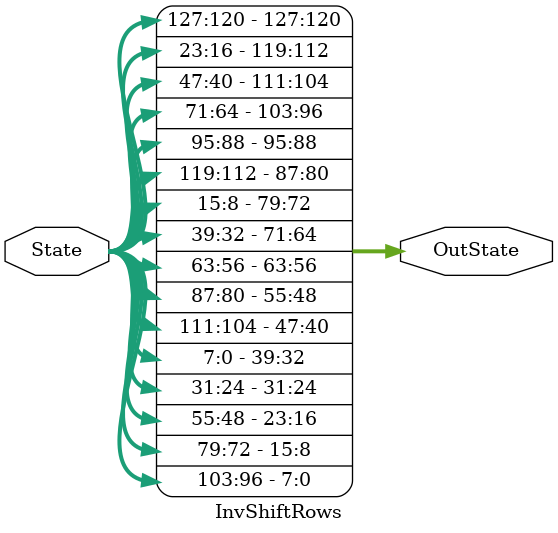
<source format=v>
module ShiftRows(State,OutState);

input [127:0] State;
output [127:0] OutState;

assign OutState[127:96] = {State[127:120],State[87:80],State[47:40],State[7:0]};
assign OutState[95:64] = {State[95:88],State[55:48],State[15:8],State[103:96]};
assign OutState[63:32] = {State[63:56],State[23:16],State[111:104],State[71:64]};
assign OutState[31:0] = {State[31:24],State[119:112],State[79:72],State[39:32]};


endmodule
//====================================================================================




module InvShiftRows(State,OutState);

input [127:0] State;
output [127:0] OutState;

assign OutState[127 : 120] = State[127 : 120];
assign OutState[119 : 112]  = State[23:16];
assign OutState[111 : 104] = State[47:40];
assign OutState[103 : 96] = State[71:64];

assign OutState[95 : 88] = State[95 : 88];
assign OutState[87 : 80] = State[119:112];
assign OutState[79 : 72] = State[15:8];
assign OutState[71 : 64] = State[39:32];

assign OutState[63 : 56] = State[63 : 56];
assign OutState[55 : 48] = State[87:80];
assign OutState[47 : 40] = State[111:104];
assign OutState[39 : 32] = State[7:0];

assign OutState[31 : 24] = State[31 : 24];
assign OutState[23 : 16] = State[55:48];
assign OutState[15 : 8] = State[79:72];
assign OutState[7  : 0] = State[103:96];


endmodule 

</source>
